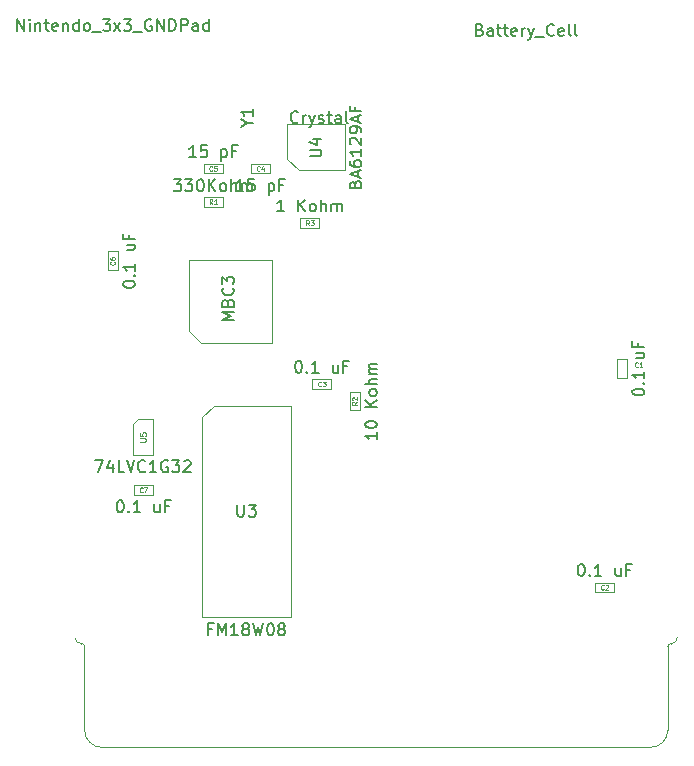
<source format=gbr>
G04 #@! TF.GenerationSoftware,KiCad,Pcbnew,(6.0.8)*
G04 #@! TF.CreationDate,2023-01-17T04:08:54-05:00*
G04 #@! TF.ProjectId,DMG-KGDU-10+,444d472d-4b47-4445-952d-31302b2e6b69,rev?*
G04 #@! TF.SameCoordinates,Original*
G04 #@! TF.FileFunction,AssemblyDrawing,Top*
%FSLAX46Y46*%
G04 Gerber Fmt 4.6, Leading zero omitted, Abs format (unit mm)*
G04 Created by KiCad (PCBNEW (6.0.8)) date 2023-01-17 04:08:54*
%MOMM*%
%LPD*%
G01*
G04 APERTURE LIST*
%ADD10C,0.060000*%
%ADD11C,0.150000*%
%ADD12C,0.075000*%
%ADD13C,0.100000*%
%ADD14C,0.050000*%
G04 APERTURE END LIST*
D10*
X164773333Y-97752857D02*
X164754285Y-97771904D01*
X164697142Y-97790952D01*
X164659047Y-97790952D01*
X164601904Y-97771904D01*
X164563809Y-97733809D01*
X164544761Y-97695714D01*
X164525714Y-97619523D01*
X164525714Y-97562380D01*
X164544761Y-97486190D01*
X164563809Y-97448095D01*
X164601904Y-97410000D01*
X164659047Y-97390952D01*
X164697142Y-97390952D01*
X164754285Y-97410000D01*
X164773333Y-97429047D01*
X165154285Y-97790952D02*
X164925714Y-97790952D01*
X165040000Y-97790952D02*
X165040000Y-97390952D01*
X165001904Y-97448095D01*
X164963809Y-97486190D01*
X164925714Y-97505238D01*
D11*
X135992725Y-77047242D02*
X135945106Y-77094861D01*
X135802249Y-77142480D01*
X135707011Y-77142480D01*
X135564154Y-77094861D01*
X135468916Y-76999623D01*
X135421297Y-76904385D01*
X135373678Y-76713909D01*
X135373678Y-76571052D01*
X135421297Y-76380576D01*
X135468916Y-76285338D01*
X135564154Y-76190100D01*
X135707011Y-76142480D01*
X135802249Y-76142480D01*
X135945106Y-76190100D01*
X135992725Y-76237719D01*
X136421297Y-77142480D02*
X136421297Y-76475814D01*
X136421297Y-76666290D02*
X136468916Y-76571052D01*
X136516535Y-76523433D01*
X136611773Y-76475814D01*
X136707011Y-76475814D01*
X136945106Y-76475814D02*
X137183201Y-77142480D01*
X137421297Y-76475814D02*
X137183201Y-77142480D01*
X137087963Y-77380576D01*
X137040344Y-77428195D01*
X136945106Y-77475814D01*
X137754630Y-77094861D02*
X137849868Y-77142480D01*
X138040344Y-77142480D01*
X138135582Y-77094861D01*
X138183201Y-76999623D01*
X138183201Y-76952004D01*
X138135582Y-76856766D01*
X138040344Y-76809147D01*
X137897487Y-76809147D01*
X137802249Y-76761528D01*
X137754630Y-76666290D01*
X137754630Y-76618671D01*
X137802249Y-76523433D01*
X137897487Y-76475814D01*
X138040344Y-76475814D01*
X138135582Y-76523433D01*
X138468916Y-76475814D02*
X138849868Y-76475814D01*
X138611773Y-76142480D02*
X138611773Y-76999623D01*
X138659392Y-77094861D01*
X138754630Y-77142480D01*
X138849868Y-77142480D01*
X139611773Y-77142480D02*
X139611773Y-76618671D01*
X139564154Y-76523433D01*
X139468916Y-76475814D01*
X139278440Y-76475814D01*
X139183201Y-76523433D01*
X139611773Y-77094861D02*
X139516535Y-77142480D01*
X139278440Y-77142480D01*
X139183201Y-77094861D01*
X139135582Y-76999623D01*
X139135582Y-76904385D01*
X139183201Y-76809147D01*
X139278440Y-76761528D01*
X139516535Y-76761528D01*
X139611773Y-76713909D01*
X140230820Y-77142480D02*
X140135582Y-77094861D01*
X140087963Y-76999623D01*
X140087963Y-76142480D01*
X131694190Y-77128190D02*
X132170380Y-77128190D01*
X131170380Y-77461523D02*
X131694190Y-77128190D01*
X131170380Y-76794857D01*
X132170380Y-75937714D02*
X132170380Y-76509142D01*
X132170380Y-76223428D02*
X131170380Y-76223428D01*
X131313238Y-76318666D01*
X131408476Y-76413904D01*
X131456095Y-76509142D01*
X118823571Y-105691380D02*
X119490238Y-105691380D01*
X119061666Y-106691380D01*
X120299761Y-106024714D02*
X120299761Y-106691380D01*
X120061666Y-105643761D02*
X119823571Y-106358047D01*
X120442619Y-106358047D01*
X121299761Y-106691380D02*
X120823571Y-106691380D01*
X120823571Y-105691380D01*
X121490238Y-105691380D02*
X121823571Y-106691380D01*
X122156904Y-105691380D01*
X123061666Y-106596142D02*
X123014047Y-106643761D01*
X122871190Y-106691380D01*
X122775952Y-106691380D01*
X122633095Y-106643761D01*
X122537857Y-106548523D01*
X122490238Y-106453285D01*
X122442619Y-106262809D01*
X122442619Y-106119952D01*
X122490238Y-105929476D01*
X122537857Y-105834238D01*
X122633095Y-105739000D01*
X122775952Y-105691380D01*
X122871190Y-105691380D01*
X123014047Y-105739000D01*
X123061666Y-105786619D01*
X124014047Y-106691380D02*
X123442619Y-106691380D01*
X123728333Y-106691380D02*
X123728333Y-105691380D01*
X123633095Y-105834238D01*
X123537857Y-105929476D01*
X123442619Y-105977095D01*
X124966428Y-105739000D02*
X124871190Y-105691380D01*
X124728333Y-105691380D01*
X124585476Y-105739000D01*
X124490238Y-105834238D01*
X124442619Y-105929476D01*
X124395000Y-106119952D01*
X124395000Y-106262809D01*
X124442619Y-106453285D01*
X124490238Y-106548523D01*
X124585476Y-106643761D01*
X124728333Y-106691380D01*
X124823571Y-106691380D01*
X124966428Y-106643761D01*
X125014047Y-106596142D01*
X125014047Y-106262809D01*
X124823571Y-106262809D01*
X125347380Y-105691380D02*
X125966428Y-105691380D01*
X125633095Y-106072333D01*
X125775952Y-106072333D01*
X125871190Y-106119952D01*
X125918809Y-106167571D01*
X125966428Y-106262809D01*
X125966428Y-106500904D01*
X125918809Y-106596142D01*
X125871190Y-106643761D01*
X125775952Y-106691380D01*
X125490238Y-106691380D01*
X125395000Y-106643761D01*
X125347380Y-106596142D01*
X126347380Y-105786619D02*
X126395000Y-105739000D01*
X126490238Y-105691380D01*
X126728333Y-105691380D01*
X126823571Y-105739000D01*
X126871190Y-105786619D01*
X126918809Y-105881857D01*
X126918809Y-105977095D01*
X126871190Y-106119952D01*
X126299761Y-106691380D01*
X126918809Y-106691380D01*
D12*
X122621190Y-104119952D02*
X123025952Y-104119952D01*
X123073571Y-104096142D01*
X123097380Y-104072333D01*
X123121190Y-104024714D01*
X123121190Y-103929476D01*
X123097380Y-103881857D01*
X123073571Y-103858047D01*
X123025952Y-103834238D01*
X122621190Y-103834238D01*
X122621190Y-103358047D02*
X122621190Y-103596142D01*
X122859285Y-103619952D01*
X122835476Y-103596142D01*
X122811666Y-103548523D01*
X122811666Y-103429476D01*
X122835476Y-103381857D01*
X122859285Y-103358047D01*
X122906904Y-103334238D01*
X123025952Y-103334238D01*
X123073571Y-103358047D01*
X123097380Y-103381857D01*
X123121190Y-103429476D01*
X123121190Y-103548523D01*
X123097380Y-103596142D01*
X123073571Y-103619952D01*
D11*
X164313380Y-99945909D02*
X164313380Y-99850671D01*
X164361000Y-99755433D01*
X164408619Y-99707814D01*
X164503857Y-99660195D01*
X164694333Y-99612576D01*
X164932428Y-99612576D01*
X165122904Y-99660195D01*
X165218142Y-99707814D01*
X165265761Y-99755433D01*
X165313380Y-99850671D01*
X165313380Y-99945909D01*
X165265761Y-100041147D01*
X165218142Y-100088766D01*
X165122904Y-100136385D01*
X164932428Y-100184004D01*
X164694333Y-100184004D01*
X164503857Y-100136385D01*
X164408619Y-100088766D01*
X164361000Y-100041147D01*
X164313380Y-99945909D01*
X165218142Y-99184004D02*
X165265761Y-99136385D01*
X165313380Y-99184004D01*
X165265761Y-99231623D01*
X165218142Y-99184004D01*
X165313380Y-99184004D01*
X165313380Y-98184004D02*
X165313380Y-98755433D01*
X165313380Y-98469719D02*
X164313380Y-98469719D01*
X164456238Y-98564957D01*
X164551476Y-98660195D01*
X164599095Y-98755433D01*
X164646714Y-96564957D02*
X165313380Y-96564957D01*
X164646714Y-96993528D02*
X165170523Y-96993528D01*
X165265761Y-96945909D01*
X165313380Y-96850671D01*
X165313380Y-96707814D01*
X165265761Y-96612576D01*
X165218142Y-96564957D01*
X164789571Y-95755433D02*
X164789571Y-96088766D01*
X165313380Y-96088766D02*
X164313380Y-96088766D01*
X164313380Y-95612576D01*
X159926190Y-114482380D02*
X160021428Y-114482380D01*
X160116666Y-114530000D01*
X160164285Y-114577619D01*
X160211904Y-114672857D01*
X160259523Y-114863333D01*
X160259523Y-115101428D01*
X160211904Y-115291904D01*
X160164285Y-115387142D01*
X160116666Y-115434761D01*
X160021428Y-115482380D01*
X159926190Y-115482380D01*
X159830952Y-115434761D01*
X159783333Y-115387142D01*
X159735714Y-115291904D01*
X159688095Y-115101428D01*
X159688095Y-114863333D01*
X159735714Y-114672857D01*
X159783333Y-114577619D01*
X159830952Y-114530000D01*
X159926190Y-114482380D01*
X160688095Y-115387142D02*
X160735714Y-115434761D01*
X160688095Y-115482380D01*
X160640476Y-115434761D01*
X160688095Y-115387142D01*
X160688095Y-115482380D01*
X161688095Y-115482380D02*
X161116666Y-115482380D01*
X161402380Y-115482380D02*
X161402380Y-114482380D01*
X161307142Y-114625238D01*
X161211904Y-114720476D01*
X161116666Y-114768095D01*
X163307142Y-114815714D02*
X163307142Y-115482380D01*
X162878571Y-114815714D02*
X162878571Y-115339523D01*
X162926190Y-115434761D01*
X163021428Y-115482380D01*
X163164285Y-115482380D01*
X163259523Y-115434761D01*
X163307142Y-115387142D01*
X164116666Y-114958571D02*
X163783333Y-114958571D01*
X163783333Y-115482380D02*
X163783333Y-114482380D01*
X164259523Y-114482380D01*
D10*
X161883333Y-116602857D02*
X161864285Y-116621904D01*
X161807142Y-116640952D01*
X161769047Y-116640952D01*
X161711904Y-116621904D01*
X161673809Y-116583809D01*
X161654761Y-116545714D01*
X161635714Y-116469523D01*
X161635714Y-116412380D01*
X161654761Y-116336190D01*
X161673809Y-116298095D01*
X161711904Y-116260000D01*
X161769047Y-116240952D01*
X161807142Y-116240952D01*
X161864285Y-116260000D01*
X161883333Y-116279047D01*
X162035714Y-116279047D02*
X162054761Y-116260000D01*
X162092857Y-116240952D01*
X162188095Y-116240952D01*
X162226190Y-116260000D01*
X162245238Y-116279047D01*
X162264285Y-116317142D01*
X162264285Y-116355238D01*
X162245238Y-116412380D01*
X162016666Y-116640952D01*
X162264285Y-116640952D01*
D11*
X135995190Y-97269780D02*
X136090428Y-97269780D01*
X136185666Y-97317400D01*
X136233285Y-97365019D01*
X136280904Y-97460257D01*
X136328523Y-97650733D01*
X136328523Y-97888828D01*
X136280904Y-98079304D01*
X136233285Y-98174542D01*
X136185666Y-98222161D01*
X136090428Y-98269780D01*
X135995190Y-98269780D01*
X135899952Y-98222161D01*
X135852333Y-98174542D01*
X135804714Y-98079304D01*
X135757095Y-97888828D01*
X135757095Y-97650733D01*
X135804714Y-97460257D01*
X135852333Y-97365019D01*
X135899952Y-97317400D01*
X135995190Y-97269780D01*
X136757095Y-98174542D02*
X136804714Y-98222161D01*
X136757095Y-98269780D01*
X136709476Y-98222161D01*
X136757095Y-98174542D01*
X136757095Y-98269780D01*
X137757095Y-98269780D02*
X137185666Y-98269780D01*
X137471380Y-98269780D02*
X137471380Y-97269780D01*
X137376142Y-97412638D01*
X137280904Y-97507876D01*
X137185666Y-97555495D01*
X139376142Y-97603114D02*
X139376142Y-98269780D01*
X138947571Y-97603114D02*
X138947571Y-98126923D01*
X138995190Y-98222161D01*
X139090428Y-98269780D01*
X139233285Y-98269780D01*
X139328523Y-98222161D01*
X139376142Y-98174542D01*
X140185666Y-97745971D02*
X139852333Y-97745971D01*
X139852333Y-98269780D02*
X139852333Y-97269780D01*
X140328523Y-97269780D01*
D10*
X137952333Y-99390257D02*
X137933285Y-99409304D01*
X137876142Y-99428352D01*
X137838047Y-99428352D01*
X137780904Y-99409304D01*
X137742809Y-99371209D01*
X137723761Y-99333114D01*
X137704714Y-99256923D01*
X137704714Y-99199780D01*
X137723761Y-99123590D01*
X137742809Y-99085495D01*
X137780904Y-99047400D01*
X137838047Y-99028352D01*
X137876142Y-99028352D01*
X137933285Y-99047400D01*
X137952333Y-99066447D01*
X138085666Y-99028352D02*
X138333285Y-99028352D01*
X138199952Y-99180733D01*
X138257095Y-99180733D01*
X138295190Y-99199780D01*
X138314238Y-99218828D01*
X138333285Y-99256923D01*
X138333285Y-99352161D01*
X138314238Y-99390257D01*
X138295190Y-99409304D01*
X138257095Y-99428352D01*
X138142809Y-99428352D01*
X138104714Y-99409304D01*
X138085666Y-99390257D01*
D11*
X131365619Y-82884380D02*
X130794190Y-82884380D01*
X131079904Y-82884380D02*
X131079904Y-81884380D01*
X130984666Y-82027238D01*
X130889428Y-82122476D01*
X130794190Y-82170095D01*
X132270380Y-81884380D02*
X131794190Y-81884380D01*
X131746571Y-82360571D01*
X131794190Y-82312952D01*
X131889428Y-82265333D01*
X132127523Y-82265333D01*
X132222761Y-82312952D01*
X132270380Y-82360571D01*
X132318000Y-82455809D01*
X132318000Y-82693904D01*
X132270380Y-82789142D01*
X132222761Y-82836761D01*
X132127523Y-82884380D01*
X131889428Y-82884380D01*
X131794190Y-82836761D01*
X131746571Y-82789142D01*
X133508476Y-82217714D02*
X133508476Y-83217714D01*
X133508476Y-82265333D02*
X133603714Y-82217714D01*
X133794190Y-82217714D01*
X133889428Y-82265333D01*
X133937047Y-82312952D01*
X133984666Y-82408190D01*
X133984666Y-82693904D01*
X133937047Y-82789142D01*
X133889428Y-82836761D01*
X133794190Y-82884380D01*
X133603714Y-82884380D01*
X133508476Y-82836761D01*
X134746571Y-82360571D02*
X134413238Y-82360571D01*
X134413238Y-82884380D02*
X134413238Y-81884380D01*
X134889428Y-81884380D01*
D10*
X132751333Y-81144857D02*
X132732285Y-81163904D01*
X132675142Y-81182952D01*
X132637047Y-81182952D01*
X132579904Y-81163904D01*
X132541809Y-81125809D01*
X132522761Y-81087714D01*
X132503714Y-81011523D01*
X132503714Y-80954380D01*
X132522761Y-80878190D01*
X132541809Y-80840095D01*
X132579904Y-80802000D01*
X132637047Y-80782952D01*
X132675142Y-80782952D01*
X132732285Y-80802000D01*
X132751333Y-80821047D01*
X133094190Y-80916285D02*
X133094190Y-81182952D01*
X132998952Y-80763904D02*
X132903714Y-81049619D01*
X133151333Y-81049619D01*
D11*
X127365619Y-80024380D02*
X126794190Y-80024380D01*
X127079904Y-80024380D02*
X127079904Y-79024380D01*
X126984666Y-79167238D01*
X126889428Y-79262476D01*
X126794190Y-79310095D01*
X128270380Y-79024380D02*
X127794190Y-79024380D01*
X127746571Y-79500571D01*
X127794190Y-79452952D01*
X127889428Y-79405333D01*
X128127523Y-79405333D01*
X128222761Y-79452952D01*
X128270380Y-79500571D01*
X128318000Y-79595809D01*
X128318000Y-79833904D01*
X128270380Y-79929142D01*
X128222761Y-79976761D01*
X128127523Y-80024380D01*
X127889428Y-80024380D01*
X127794190Y-79976761D01*
X127746571Y-79929142D01*
X129508476Y-79357714D02*
X129508476Y-80357714D01*
X129508476Y-79405333D02*
X129603714Y-79357714D01*
X129794190Y-79357714D01*
X129889428Y-79405333D01*
X129937047Y-79452952D01*
X129984666Y-79548190D01*
X129984666Y-79833904D01*
X129937047Y-79929142D01*
X129889428Y-79976761D01*
X129794190Y-80024380D01*
X129603714Y-80024380D01*
X129508476Y-79976761D01*
X130746571Y-79500571D02*
X130413238Y-79500571D01*
X130413238Y-80024380D02*
X130413238Y-79024380D01*
X130889428Y-79024380D01*
D10*
X128751333Y-81144857D02*
X128732285Y-81163904D01*
X128675142Y-81182952D01*
X128637047Y-81182952D01*
X128579904Y-81163904D01*
X128541809Y-81125809D01*
X128522761Y-81087714D01*
X128503714Y-81011523D01*
X128503714Y-80954380D01*
X128522761Y-80878190D01*
X128541809Y-80840095D01*
X128579904Y-80802000D01*
X128637047Y-80782952D01*
X128675142Y-80782952D01*
X128732285Y-80802000D01*
X128751333Y-80821047D01*
X129113238Y-80782952D02*
X128922761Y-80782952D01*
X128903714Y-80973428D01*
X128922761Y-80954380D01*
X128960857Y-80935333D01*
X129056095Y-80935333D01*
X129094190Y-80954380D01*
X129113238Y-80973428D01*
X129132285Y-81011523D01*
X129132285Y-81106761D01*
X129113238Y-81144857D01*
X129094190Y-81163904D01*
X129056095Y-81182952D01*
X128960857Y-81182952D01*
X128922761Y-81163904D01*
X128903714Y-81144857D01*
D11*
X121201380Y-90825809D02*
X121201380Y-90730571D01*
X121249000Y-90635333D01*
X121296619Y-90587714D01*
X121391857Y-90540095D01*
X121582333Y-90492476D01*
X121820428Y-90492476D01*
X122010904Y-90540095D01*
X122106142Y-90587714D01*
X122153761Y-90635333D01*
X122201380Y-90730571D01*
X122201380Y-90825809D01*
X122153761Y-90921047D01*
X122106142Y-90968666D01*
X122010904Y-91016285D01*
X121820428Y-91063904D01*
X121582333Y-91063904D01*
X121391857Y-91016285D01*
X121296619Y-90968666D01*
X121249000Y-90921047D01*
X121201380Y-90825809D01*
X122106142Y-90063904D02*
X122153761Y-90016285D01*
X122201380Y-90063904D01*
X122153761Y-90111523D01*
X122106142Y-90063904D01*
X122201380Y-90063904D01*
X122201380Y-89063904D02*
X122201380Y-89635333D01*
X122201380Y-89349619D02*
X121201380Y-89349619D01*
X121344238Y-89444857D01*
X121439476Y-89540095D01*
X121487095Y-89635333D01*
X121534714Y-87444857D02*
X122201380Y-87444857D01*
X121534714Y-87873428D02*
X122058523Y-87873428D01*
X122153761Y-87825809D01*
X122201380Y-87730571D01*
X122201380Y-87587714D01*
X122153761Y-87492476D01*
X122106142Y-87444857D01*
X121677571Y-86635333D02*
X121677571Y-86968666D01*
X122201380Y-86968666D02*
X121201380Y-86968666D01*
X121201380Y-86492476D01*
D10*
X120461857Y-88868666D02*
X120480904Y-88887714D01*
X120499952Y-88944857D01*
X120499952Y-88982952D01*
X120480904Y-89040095D01*
X120442809Y-89078190D01*
X120404714Y-89097238D01*
X120328523Y-89116285D01*
X120271380Y-89116285D01*
X120195190Y-89097238D01*
X120157095Y-89078190D01*
X120119000Y-89040095D01*
X120099952Y-88982952D01*
X120099952Y-88944857D01*
X120119000Y-88887714D01*
X120138047Y-88868666D01*
X120099952Y-88525809D02*
X120099952Y-88602000D01*
X120119000Y-88640095D01*
X120138047Y-88659142D01*
X120195190Y-88697238D01*
X120271380Y-88716285D01*
X120423761Y-88716285D01*
X120461857Y-88697238D01*
X120480904Y-88678190D01*
X120499952Y-88640095D01*
X120499952Y-88563904D01*
X120480904Y-88525809D01*
X120461857Y-88506761D01*
X120423761Y-88487714D01*
X120328523Y-88487714D01*
X120290428Y-88506761D01*
X120271380Y-88525809D01*
X120252333Y-88563904D01*
X120252333Y-88640095D01*
X120271380Y-88678190D01*
X120290428Y-88697238D01*
X120328523Y-88716285D01*
D11*
X120896190Y-109092380D02*
X120991428Y-109092380D01*
X121086666Y-109140000D01*
X121134285Y-109187619D01*
X121181904Y-109282857D01*
X121229523Y-109473333D01*
X121229523Y-109711428D01*
X121181904Y-109901904D01*
X121134285Y-109997142D01*
X121086666Y-110044761D01*
X120991428Y-110092380D01*
X120896190Y-110092380D01*
X120800952Y-110044761D01*
X120753333Y-109997142D01*
X120705714Y-109901904D01*
X120658095Y-109711428D01*
X120658095Y-109473333D01*
X120705714Y-109282857D01*
X120753333Y-109187619D01*
X120800952Y-109140000D01*
X120896190Y-109092380D01*
X121658095Y-109997142D02*
X121705714Y-110044761D01*
X121658095Y-110092380D01*
X121610476Y-110044761D01*
X121658095Y-109997142D01*
X121658095Y-110092380D01*
X122658095Y-110092380D02*
X122086666Y-110092380D01*
X122372380Y-110092380D02*
X122372380Y-109092380D01*
X122277142Y-109235238D01*
X122181904Y-109330476D01*
X122086666Y-109378095D01*
X124277142Y-109425714D02*
X124277142Y-110092380D01*
X123848571Y-109425714D02*
X123848571Y-109949523D01*
X123896190Y-110044761D01*
X123991428Y-110092380D01*
X124134285Y-110092380D01*
X124229523Y-110044761D01*
X124277142Y-109997142D01*
X125086666Y-109568571D02*
X124753333Y-109568571D01*
X124753333Y-110092380D02*
X124753333Y-109092380D01*
X125229523Y-109092380D01*
D10*
X122853333Y-108352857D02*
X122834285Y-108371904D01*
X122777142Y-108390952D01*
X122739047Y-108390952D01*
X122681904Y-108371904D01*
X122643809Y-108333809D01*
X122624761Y-108295714D01*
X122605714Y-108219523D01*
X122605714Y-108162380D01*
X122624761Y-108086190D01*
X122643809Y-108048095D01*
X122681904Y-108010000D01*
X122739047Y-107990952D01*
X122777142Y-107990952D01*
X122834285Y-108010000D01*
X122853333Y-108029047D01*
X122986666Y-107990952D02*
X123253333Y-107990952D01*
X123081904Y-108390952D01*
D11*
X125488797Y-81895480D02*
X126107844Y-81895480D01*
X125774511Y-82276433D01*
X125917368Y-82276433D01*
X126012606Y-82324052D01*
X126060225Y-82371671D01*
X126107844Y-82466909D01*
X126107844Y-82705004D01*
X126060225Y-82800242D01*
X126012606Y-82847861D01*
X125917368Y-82895480D01*
X125631654Y-82895480D01*
X125536416Y-82847861D01*
X125488797Y-82800242D01*
X126441178Y-81895480D02*
X127060225Y-81895480D01*
X126726892Y-82276433D01*
X126869749Y-82276433D01*
X126964987Y-82324052D01*
X127012606Y-82371671D01*
X127060225Y-82466909D01*
X127060225Y-82705004D01*
X127012606Y-82800242D01*
X126964987Y-82847861D01*
X126869749Y-82895480D01*
X126584035Y-82895480D01*
X126488797Y-82847861D01*
X126441178Y-82800242D01*
X127679273Y-81895480D02*
X127774511Y-81895480D01*
X127869749Y-81943100D01*
X127917368Y-81990719D01*
X127964987Y-82085957D01*
X128012606Y-82276433D01*
X128012606Y-82514528D01*
X127964987Y-82705004D01*
X127917368Y-82800242D01*
X127869749Y-82847861D01*
X127774511Y-82895480D01*
X127679273Y-82895480D01*
X127584035Y-82847861D01*
X127536416Y-82800242D01*
X127488797Y-82705004D01*
X127441178Y-82514528D01*
X127441178Y-82276433D01*
X127488797Y-82085957D01*
X127536416Y-81990719D01*
X127584035Y-81943100D01*
X127679273Y-81895480D01*
X128441178Y-82895480D02*
X128441178Y-81895480D01*
X129012606Y-82895480D02*
X128584035Y-82324052D01*
X129012606Y-81895480D02*
X128441178Y-82466909D01*
X129584035Y-82895480D02*
X129488797Y-82847861D01*
X129441178Y-82800242D01*
X129393559Y-82705004D01*
X129393559Y-82419290D01*
X129441178Y-82324052D01*
X129488797Y-82276433D01*
X129584035Y-82228814D01*
X129726892Y-82228814D01*
X129822130Y-82276433D01*
X129869749Y-82324052D01*
X129917368Y-82419290D01*
X129917368Y-82705004D01*
X129869749Y-82800242D01*
X129822130Y-82847861D01*
X129726892Y-82895480D01*
X129584035Y-82895480D01*
X130345940Y-82895480D02*
X130345940Y-81895480D01*
X130774511Y-82895480D02*
X130774511Y-82371671D01*
X130726892Y-82276433D01*
X130631654Y-82228814D01*
X130488797Y-82228814D01*
X130393559Y-82276433D01*
X130345940Y-82324052D01*
X131250701Y-82895480D02*
X131250701Y-82228814D01*
X131250701Y-82324052D02*
X131298320Y-82276433D01*
X131393559Y-82228814D01*
X131536416Y-82228814D01*
X131631654Y-82276433D01*
X131679273Y-82371671D01*
X131679273Y-82895480D01*
X131679273Y-82371671D02*
X131726892Y-82276433D01*
X131822130Y-82228814D01*
X131964987Y-82228814D01*
X132060225Y-82276433D01*
X132107844Y-82371671D01*
X132107844Y-82895480D01*
D10*
X128751333Y-83982952D02*
X128618000Y-83792476D01*
X128522761Y-83982952D02*
X128522761Y-83582952D01*
X128675142Y-83582952D01*
X128713238Y-83602000D01*
X128732285Y-83621047D01*
X128751333Y-83659142D01*
X128751333Y-83716285D01*
X128732285Y-83754380D01*
X128713238Y-83773428D01*
X128675142Y-83792476D01*
X128522761Y-83792476D01*
X129132285Y-83982952D02*
X128903714Y-83982952D01*
X129018000Y-83982952D02*
X129018000Y-83582952D01*
X128979904Y-83640095D01*
X128941809Y-83678190D01*
X128903714Y-83697238D01*
D11*
X142692380Y-103312857D02*
X142692380Y-103884285D01*
X142692380Y-103598571D02*
X141692380Y-103598571D01*
X141835238Y-103693809D01*
X141930476Y-103789047D01*
X141978095Y-103884285D01*
X141692380Y-102693809D02*
X141692380Y-102598571D01*
X141740000Y-102503333D01*
X141787619Y-102455714D01*
X141882857Y-102408095D01*
X142073333Y-102360476D01*
X142311428Y-102360476D01*
X142501904Y-102408095D01*
X142597142Y-102455714D01*
X142644761Y-102503333D01*
X142692380Y-102598571D01*
X142692380Y-102693809D01*
X142644761Y-102789047D01*
X142597142Y-102836666D01*
X142501904Y-102884285D01*
X142311428Y-102931904D01*
X142073333Y-102931904D01*
X141882857Y-102884285D01*
X141787619Y-102836666D01*
X141740000Y-102789047D01*
X141692380Y-102693809D01*
X142692380Y-101170000D02*
X141692380Y-101170000D01*
X142692380Y-100598571D02*
X142120952Y-101027142D01*
X141692380Y-100598571D02*
X142263809Y-101170000D01*
X142692380Y-100027142D02*
X142644761Y-100122380D01*
X142597142Y-100170000D01*
X142501904Y-100217619D01*
X142216190Y-100217619D01*
X142120952Y-100170000D01*
X142073333Y-100122380D01*
X142025714Y-100027142D01*
X142025714Y-99884285D01*
X142073333Y-99789047D01*
X142120952Y-99741428D01*
X142216190Y-99693809D01*
X142501904Y-99693809D01*
X142597142Y-99741428D01*
X142644761Y-99789047D01*
X142692380Y-99884285D01*
X142692380Y-100027142D01*
X142692380Y-99265238D02*
X141692380Y-99265238D01*
X142692380Y-98836666D02*
X142168571Y-98836666D01*
X142073333Y-98884285D01*
X142025714Y-98979523D01*
X142025714Y-99122380D01*
X142073333Y-99217619D01*
X142120952Y-99265238D01*
X142692380Y-98360476D02*
X142025714Y-98360476D01*
X142120952Y-98360476D02*
X142073333Y-98312857D01*
X142025714Y-98217619D01*
X142025714Y-98074761D01*
X142073333Y-97979523D01*
X142168571Y-97931904D01*
X142692380Y-97931904D01*
X142168571Y-97931904D02*
X142073333Y-97884285D01*
X142025714Y-97789047D01*
X142025714Y-97646190D01*
X142073333Y-97550952D01*
X142168571Y-97503333D01*
X142692380Y-97503333D01*
D10*
X140990952Y-100736666D02*
X140800476Y-100870000D01*
X140990952Y-100965238D02*
X140590952Y-100965238D01*
X140590952Y-100812857D01*
X140610000Y-100774761D01*
X140629047Y-100755714D01*
X140667142Y-100736666D01*
X140724285Y-100736666D01*
X140762380Y-100755714D01*
X140781428Y-100774761D01*
X140800476Y-100812857D01*
X140800476Y-100965238D01*
X140629047Y-100584285D02*
X140610000Y-100565238D01*
X140590952Y-100527142D01*
X140590952Y-100431904D01*
X140610000Y-100393809D01*
X140629047Y-100374761D01*
X140667142Y-100355714D01*
X140705238Y-100355714D01*
X140762380Y-100374761D01*
X140990952Y-100603333D01*
X140990952Y-100355714D01*
D11*
X134833333Y-84622380D02*
X134261904Y-84622380D01*
X134547619Y-84622380D02*
X134547619Y-83622380D01*
X134452380Y-83765238D01*
X134357142Y-83860476D01*
X134261904Y-83908095D01*
X136023809Y-84622380D02*
X136023809Y-83622380D01*
X136595238Y-84622380D02*
X136166666Y-84050952D01*
X136595238Y-83622380D02*
X136023809Y-84193809D01*
X137166666Y-84622380D02*
X137071428Y-84574761D01*
X137023809Y-84527142D01*
X136976190Y-84431904D01*
X136976190Y-84146190D01*
X137023809Y-84050952D01*
X137071428Y-84003333D01*
X137166666Y-83955714D01*
X137309523Y-83955714D01*
X137404761Y-84003333D01*
X137452380Y-84050952D01*
X137500000Y-84146190D01*
X137500000Y-84431904D01*
X137452380Y-84527142D01*
X137404761Y-84574761D01*
X137309523Y-84622380D01*
X137166666Y-84622380D01*
X137928571Y-84622380D02*
X137928571Y-83622380D01*
X138357142Y-84622380D02*
X138357142Y-84098571D01*
X138309523Y-84003333D01*
X138214285Y-83955714D01*
X138071428Y-83955714D01*
X137976190Y-84003333D01*
X137928571Y-84050952D01*
X138833333Y-84622380D02*
X138833333Y-83955714D01*
X138833333Y-84050952D02*
X138880952Y-84003333D01*
X138976190Y-83955714D01*
X139119047Y-83955714D01*
X139214285Y-84003333D01*
X139261904Y-84098571D01*
X139261904Y-84622380D01*
X139261904Y-84098571D02*
X139309523Y-84003333D01*
X139404761Y-83955714D01*
X139547619Y-83955714D01*
X139642857Y-84003333D01*
X139690476Y-84098571D01*
X139690476Y-84622380D01*
D10*
X136933333Y-85780952D02*
X136800000Y-85590476D01*
X136704761Y-85780952D02*
X136704761Y-85380952D01*
X136857142Y-85380952D01*
X136895238Y-85400000D01*
X136914285Y-85419047D01*
X136933333Y-85457142D01*
X136933333Y-85514285D01*
X136914285Y-85552380D01*
X136895238Y-85571428D01*
X136857142Y-85590476D01*
X136704761Y-85590476D01*
X137066666Y-85380952D02*
X137314285Y-85380952D01*
X137180952Y-85533333D01*
X137238095Y-85533333D01*
X137276190Y-85552380D01*
X137295238Y-85571428D01*
X137314285Y-85609523D01*
X137314285Y-85704761D01*
X137295238Y-85742857D01*
X137276190Y-85761904D01*
X137238095Y-85780952D01*
X137123809Y-85780952D01*
X137085714Y-85761904D01*
X137066666Y-85742857D01*
D11*
X128714238Y-119980571D02*
X128380904Y-119980571D01*
X128380904Y-120504380D02*
X128380904Y-119504380D01*
X128857095Y-119504380D01*
X129238047Y-120504380D02*
X129238047Y-119504380D01*
X129571380Y-120218666D01*
X129904714Y-119504380D01*
X129904714Y-120504380D01*
X130904714Y-120504380D02*
X130333285Y-120504380D01*
X130619000Y-120504380D02*
X130619000Y-119504380D01*
X130523761Y-119647238D01*
X130428523Y-119742476D01*
X130333285Y-119790095D01*
X131476142Y-119932952D02*
X131380904Y-119885333D01*
X131333285Y-119837714D01*
X131285666Y-119742476D01*
X131285666Y-119694857D01*
X131333285Y-119599619D01*
X131380904Y-119552000D01*
X131476142Y-119504380D01*
X131666619Y-119504380D01*
X131761857Y-119552000D01*
X131809476Y-119599619D01*
X131857095Y-119694857D01*
X131857095Y-119742476D01*
X131809476Y-119837714D01*
X131761857Y-119885333D01*
X131666619Y-119932952D01*
X131476142Y-119932952D01*
X131380904Y-119980571D01*
X131333285Y-120028190D01*
X131285666Y-120123428D01*
X131285666Y-120313904D01*
X131333285Y-120409142D01*
X131380904Y-120456761D01*
X131476142Y-120504380D01*
X131666619Y-120504380D01*
X131761857Y-120456761D01*
X131809476Y-120409142D01*
X131857095Y-120313904D01*
X131857095Y-120123428D01*
X131809476Y-120028190D01*
X131761857Y-119980571D01*
X131666619Y-119932952D01*
X132190428Y-119504380D02*
X132428523Y-120504380D01*
X132619000Y-119790095D01*
X132809476Y-120504380D01*
X133047571Y-119504380D01*
X133619000Y-119504380D02*
X133714238Y-119504380D01*
X133809476Y-119552000D01*
X133857095Y-119599619D01*
X133904714Y-119694857D01*
X133952333Y-119885333D01*
X133952333Y-120123428D01*
X133904714Y-120313904D01*
X133857095Y-120409142D01*
X133809476Y-120456761D01*
X133714238Y-120504380D01*
X133619000Y-120504380D01*
X133523761Y-120456761D01*
X133476142Y-120409142D01*
X133428523Y-120313904D01*
X133380904Y-120123428D01*
X133380904Y-119885333D01*
X133428523Y-119694857D01*
X133476142Y-119599619D01*
X133523761Y-119552000D01*
X133619000Y-119504380D01*
X134523761Y-119932952D02*
X134428523Y-119885333D01*
X134380904Y-119837714D01*
X134333285Y-119742476D01*
X134333285Y-119694857D01*
X134380904Y-119599619D01*
X134428523Y-119552000D01*
X134523761Y-119504380D01*
X134714238Y-119504380D01*
X134809476Y-119552000D01*
X134857095Y-119599619D01*
X134904714Y-119694857D01*
X134904714Y-119742476D01*
X134857095Y-119837714D01*
X134809476Y-119885333D01*
X134714238Y-119932952D01*
X134523761Y-119932952D01*
X134428523Y-119980571D01*
X134380904Y-120028190D01*
X134333285Y-120123428D01*
X134333285Y-120313904D01*
X134380904Y-120409142D01*
X134428523Y-120456761D01*
X134523761Y-120504380D01*
X134714238Y-120504380D01*
X134809476Y-120456761D01*
X134857095Y-120409142D01*
X134904714Y-120313904D01*
X134904714Y-120123428D01*
X134857095Y-120028190D01*
X134809476Y-119980571D01*
X134714238Y-119932952D01*
X130857095Y-109454380D02*
X130857095Y-110263904D01*
X130904714Y-110359142D01*
X130952333Y-110406761D01*
X131047571Y-110454380D01*
X131238047Y-110454380D01*
X131333285Y-110406761D01*
X131380904Y-110359142D01*
X131428523Y-110263904D01*
X131428523Y-109454380D01*
X131809476Y-109454380D02*
X132428523Y-109454380D01*
X132095190Y-109835333D01*
X132238047Y-109835333D01*
X132333285Y-109882952D01*
X132380904Y-109930571D01*
X132428523Y-110025809D01*
X132428523Y-110263904D01*
X132380904Y-110359142D01*
X132333285Y-110406761D01*
X132238047Y-110454380D01*
X131952333Y-110454380D01*
X131857095Y-110406761D01*
X131809476Y-110359142D01*
X140846571Y-82321047D02*
X140894190Y-82178190D01*
X140941809Y-82130571D01*
X141037047Y-82082952D01*
X141179904Y-82082952D01*
X141275142Y-82130571D01*
X141322761Y-82178190D01*
X141370380Y-82273428D01*
X141370380Y-82654380D01*
X140370380Y-82654380D01*
X140370380Y-82321047D01*
X140418000Y-82225809D01*
X140465619Y-82178190D01*
X140560857Y-82130571D01*
X140656095Y-82130571D01*
X140751333Y-82178190D01*
X140798952Y-82225809D01*
X140846571Y-82321047D01*
X140846571Y-82654380D01*
X141084666Y-81702000D02*
X141084666Y-81225809D01*
X141370380Y-81797238D02*
X140370380Y-81463904D01*
X141370380Y-81130571D01*
X140370380Y-80368666D02*
X140370380Y-80559142D01*
X140418000Y-80654380D01*
X140465619Y-80702000D01*
X140608476Y-80797238D01*
X140798952Y-80844857D01*
X141179904Y-80844857D01*
X141275142Y-80797238D01*
X141322761Y-80749619D01*
X141370380Y-80654380D01*
X141370380Y-80463904D01*
X141322761Y-80368666D01*
X141275142Y-80321047D01*
X141179904Y-80273428D01*
X140941809Y-80273428D01*
X140846571Y-80321047D01*
X140798952Y-80368666D01*
X140751333Y-80463904D01*
X140751333Y-80654380D01*
X140798952Y-80749619D01*
X140846571Y-80797238D01*
X140941809Y-80844857D01*
X141370380Y-79321047D02*
X141370380Y-79892476D01*
X141370380Y-79606761D02*
X140370380Y-79606761D01*
X140513238Y-79702000D01*
X140608476Y-79797238D01*
X140656095Y-79892476D01*
X140465619Y-78940095D02*
X140418000Y-78892476D01*
X140370380Y-78797238D01*
X140370380Y-78559142D01*
X140418000Y-78463904D01*
X140465619Y-78416285D01*
X140560857Y-78368666D01*
X140656095Y-78368666D01*
X140798952Y-78416285D01*
X141370380Y-78987714D01*
X141370380Y-78368666D01*
X141370380Y-77892476D02*
X141370380Y-77702000D01*
X141322761Y-77606761D01*
X141275142Y-77559142D01*
X141132285Y-77463904D01*
X140941809Y-77416285D01*
X140560857Y-77416285D01*
X140465619Y-77463904D01*
X140418000Y-77511523D01*
X140370380Y-77606761D01*
X140370380Y-77797238D01*
X140418000Y-77892476D01*
X140465619Y-77940095D01*
X140560857Y-77987714D01*
X140798952Y-77987714D01*
X140894190Y-77940095D01*
X140941809Y-77892476D01*
X140989428Y-77797238D01*
X140989428Y-77606761D01*
X140941809Y-77511523D01*
X140894190Y-77463904D01*
X140798952Y-77416285D01*
X141084666Y-77035333D02*
X141084666Y-76559142D01*
X141370380Y-77130571D02*
X140370380Y-76797238D01*
X141370380Y-76463904D01*
X140846571Y-75797238D02*
X140846571Y-76130571D01*
X141370380Y-76130571D02*
X140370380Y-76130571D01*
X140370380Y-75654380D01*
X136981333Y-79948666D02*
X137774666Y-79948666D01*
X137868000Y-79902000D01*
X137914666Y-79855333D01*
X137961333Y-79762000D01*
X137961333Y-79575333D01*
X137914666Y-79482000D01*
X137868000Y-79435333D01*
X137774666Y-79388666D01*
X136981333Y-79388666D01*
X137308000Y-78502000D02*
X137961333Y-78502000D01*
X136934666Y-78735333D02*
X137634666Y-78968666D01*
X137634666Y-78362000D01*
X151387958Y-69231231D02*
X151530815Y-69278850D01*
X151578434Y-69326469D01*
X151626053Y-69421707D01*
X151626053Y-69564564D01*
X151578434Y-69659802D01*
X151530815Y-69707421D01*
X151435577Y-69755040D01*
X151054624Y-69755040D01*
X151054624Y-68755040D01*
X151387958Y-68755040D01*
X151483196Y-68802660D01*
X151530815Y-68850279D01*
X151578434Y-68945517D01*
X151578434Y-69040755D01*
X151530815Y-69135993D01*
X151483196Y-69183612D01*
X151387958Y-69231231D01*
X151054624Y-69231231D01*
X152483196Y-69755040D02*
X152483196Y-69231231D01*
X152435577Y-69135993D01*
X152340339Y-69088374D01*
X152149862Y-69088374D01*
X152054624Y-69135993D01*
X152483196Y-69707421D02*
X152387958Y-69755040D01*
X152149862Y-69755040D01*
X152054624Y-69707421D01*
X152007005Y-69612183D01*
X152007005Y-69516945D01*
X152054624Y-69421707D01*
X152149862Y-69374088D01*
X152387958Y-69374088D01*
X152483196Y-69326469D01*
X152816529Y-69088374D02*
X153197481Y-69088374D01*
X152959386Y-68755040D02*
X152959386Y-69612183D01*
X153007005Y-69707421D01*
X153102243Y-69755040D01*
X153197481Y-69755040D01*
X153387958Y-69088374D02*
X153768910Y-69088374D01*
X153530815Y-68755040D02*
X153530815Y-69612183D01*
X153578434Y-69707421D01*
X153673672Y-69755040D01*
X153768910Y-69755040D01*
X154483196Y-69707421D02*
X154387958Y-69755040D01*
X154197481Y-69755040D01*
X154102243Y-69707421D01*
X154054624Y-69612183D01*
X154054624Y-69231231D01*
X154102243Y-69135993D01*
X154197481Y-69088374D01*
X154387958Y-69088374D01*
X154483196Y-69135993D01*
X154530815Y-69231231D01*
X154530815Y-69326469D01*
X154054624Y-69421707D01*
X154959386Y-69755040D02*
X154959386Y-69088374D01*
X154959386Y-69278850D02*
X155007005Y-69183612D01*
X155054624Y-69135993D01*
X155149862Y-69088374D01*
X155245100Y-69088374D01*
X155483196Y-69088374D02*
X155721291Y-69755040D01*
X155959386Y-69088374D02*
X155721291Y-69755040D01*
X155626053Y-69993136D01*
X155578434Y-70040755D01*
X155483196Y-70088374D01*
X156102243Y-69850279D02*
X156864148Y-69850279D01*
X157673672Y-69659802D02*
X157626053Y-69707421D01*
X157483196Y-69755040D01*
X157387958Y-69755040D01*
X157245100Y-69707421D01*
X157149862Y-69612183D01*
X157102243Y-69516945D01*
X157054624Y-69326469D01*
X157054624Y-69183612D01*
X157102243Y-68993136D01*
X157149862Y-68897898D01*
X157245100Y-68802660D01*
X157387958Y-68755040D01*
X157483196Y-68755040D01*
X157626053Y-68802660D01*
X157673672Y-68850279D01*
X158483196Y-69707421D02*
X158387958Y-69755040D01*
X158197481Y-69755040D01*
X158102243Y-69707421D01*
X158054624Y-69612183D01*
X158054624Y-69231231D01*
X158102243Y-69135993D01*
X158197481Y-69088374D01*
X158387958Y-69088374D01*
X158483196Y-69135993D01*
X158530815Y-69231231D01*
X158530815Y-69326469D01*
X158054624Y-69421707D01*
X159102243Y-69755040D02*
X159007005Y-69707421D01*
X158959386Y-69612183D01*
X158959386Y-68755040D01*
X159626053Y-69755040D02*
X159530815Y-69707421D01*
X159483196Y-69612183D01*
X159483196Y-68755040D01*
X130571380Y-93811123D02*
X129571380Y-93811123D01*
X130285666Y-93477790D01*
X129571380Y-93144457D01*
X130571380Y-93144457D01*
X130047571Y-92334933D02*
X130095190Y-92192076D01*
X130142809Y-92144457D01*
X130238047Y-92096838D01*
X130380904Y-92096838D01*
X130476142Y-92144457D01*
X130523761Y-92192076D01*
X130571380Y-92287314D01*
X130571380Y-92668266D01*
X129571380Y-92668266D01*
X129571380Y-92334933D01*
X129619000Y-92239695D01*
X129666619Y-92192076D01*
X129761857Y-92144457D01*
X129857095Y-92144457D01*
X129952333Y-92192076D01*
X129999952Y-92239695D01*
X130047571Y-92334933D01*
X130047571Y-92668266D01*
X130476142Y-91096838D02*
X130523761Y-91144457D01*
X130571380Y-91287314D01*
X130571380Y-91382552D01*
X130523761Y-91525409D01*
X130428523Y-91620647D01*
X130333285Y-91668266D01*
X130142809Y-91715885D01*
X129999952Y-91715885D01*
X129809476Y-91668266D01*
X129714238Y-91620647D01*
X129619000Y-91525409D01*
X129571380Y-91382552D01*
X129571380Y-91287314D01*
X129619000Y-91144457D01*
X129666619Y-91096838D01*
X129571380Y-90763504D02*
X129571380Y-90144457D01*
X129952333Y-90477790D01*
X129952333Y-90334933D01*
X129999952Y-90239695D01*
X130047571Y-90192076D01*
X130142809Y-90144457D01*
X130380904Y-90144457D01*
X130476142Y-90192076D01*
X130523761Y-90239695D01*
X130571380Y-90334933D01*
X130571380Y-90620647D01*
X130523761Y-90715885D01*
X130476142Y-90763504D01*
X112244741Y-69327920D02*
X112244741Y-68327920D01*
X112816170Y-69327920D01*
X112816170Y-68327920D01*
X113292360Y-69327920D02*
X113292360Y-68661254D01*
X113292360Y-68327920D02*
X113244741Y-68375540D01*
X113292360Y-68423159D01*
X113339980Y-68375540D01*
X113292360Y-68327920D01*
X113292360Y-68423159D01*
X113768551Y-68661254D02*
X113768551Y-69327920D01*
X113768551Y-68756492D02*
X113816170Y-68708873D01*
X113911408Y-68661254D01*
X114054265Y-68661254D01*
X114149503Y-68708873D01*
X114197122Y-68804111D01*
X114197122Y-69327920D01*
X114530456Y-68661254D02*
X114911408Y-68661254D01*
X114673313Y-68327920D02*
X114673313Y-69185063D01*
X114720932Y-69280301D01*
X114816170Y-69327920D01*
X114911408Y-69327920D01*
X115625694Y-69280301D02*
X115530456Y-69327920D01*
X115339980Y-69327920D01*
X115244741Y-69280301D01*
X115197122Y-69185063D01*
X115197122Y-68804111D01*
X115244741Y-68708873D01*
X115339980Y-68661254D01*
X115530456Y-68661254D01*
X115625694Y-68708873D01*
X115673313Y-68804111D01*
X115673313Y-68899349D01*
X115197122Y-68994587D01*
X116101884Y-68661254D02*
X116101884Y-69327920D01*
X116101884Y-68756492D02*
X116149503Y-68708873D01*
X116244741Y-68661254D01*
X116387599Y-68661254D01*
X116482837Y-68708873D01*
X116530456Y-68804111D01*
X116530456Y-69327920D01*
X117435218Y-69327920D02*
X117435218Y-68327920D01*
X117435218Y-69280301D02*
X117339980Y-69327920D01*
X117149503Y-69327920D01*
X117054265Y-69280301D01*
X117006646Y-69232682D01*
X116959027Y-69137444D01*
X116959027Y-68851730D01*
X117006646Y-68756492D01*
X117054265Y-68708873D01*
X117149503Y-68661254D01*
X117339980Y-68661254D01*
X117435218Y-68708873D01*
X118054265Y-69327920D02*
X117959027Y-69280301D01*
X117911408Y-69232682D01*
X117863789Y-69137444D01*
X117863789Y-68851730D01*
X117911408Y-68756492D01*
X117959027Y-68708873D01*
X118054265Y-68661254D01*
X118197122Y-68661254D01*
X118292360Y-68708873D01*
X118339980Y-68756492D01*
X118387599Y-68851730D01*
X118387599Y-69137444D01*
X118339980Y-69232682D01*
X118292360Y-69280301D01*
X118197122Y-69327920D01*
X118054265Y-69327920D01*
X118578075Y-69423159D02*
X119339980Y-69423159D01*
X119482837Y-68327920D02*
X120101884Y-68327920D01*
X119768551Y-68708873D01*
X119911408Y-68708873D01*
X120006646Y-68756492D01*
X120054265Y-68804111D01*
X120101884Y-68899349D01*
X120101884Y-69137444D01*
X120054265Y-69232682D01*
X120006646Y-69280301D01*
X119911408Y-69327920D01*
X119625694Y-69327920D01*
X119530456Y-69280301D01*
X119482837Y-69232682D01*
X120435218Y-69327920D02*
X120959027Y-68661254D01*
X120435218Y-68661254D02*
X120959027Y-69327920D01*
X121244741Y-68327920D02*
X121863789Y-68327920D01*
X121530456Y-68708873D01*
X121673313Y-68708873D01*
X121768551Y-68756492D01*
X121816170Y-68804111D01*
X121863789Y-68899349D01*
X121863789Y-69137444D01*
X121816170Y-69232682D01*
X121768551Y-69280301D01*
X121673313Y-69327920D01*
X121387599Y-69327920D01*
X121292360Y-69280301D01*
X121244741Y-69232682D01*
X122054265Y-69423159D02*
X122816170Y-69423159D01*
X123578075Y-68375540D02*
X123482837Y-68327920D01*
X123339980Y-68327920D01*
X123197122Y-68375540D01*
X123101884Y-68470778D01*
X123054265Y-68566016D01*
X123006646Y-68756492D01*
X123006646Y-68899349D01*
X123054265Y-69089825D01*
X123101884Y-69185063D01*
X123197122Y-69280301D01*
X123339980Y-69327920D01*
X123435218Y-69327920D01*
X123578075Y-69280301D01*
X123625694Y-69232682D01*
X123625694Y-68899349D01*
X123435218Y-68899349D01*
X124054265Y-69327920D02*
X124054265Y-68327920D01*
X124625694Y-69327920D01*
X124625694Y-68327920D01*
X125101884Y-69327920D02*
X125101884Y-68327920D01*
X125339980Y-68327920D01*
X125482837Y-68375540D01*
X125578075Y-68470778D01*
X125625694Y-68566016D01*
X125673313Y-68756492D01*
X125673313Y-68899349D01*
X125625694Y-69089825D01*
X125578075Y-69185063D01*
X125482837Y-69280301D01*
X125339980Y-69327920D01*
X125101884Y-69327920D01*
X126101884Y-69327920D02*
X126101884Y-68327920D01*
X126482837Y-68327920D01*
X126578075Y-68375540D01*
X126625694Y-68423159D01*
X126673313Y-68518397D01*
X126673313Y-68661254D01*
X126625694Y-68756492D01*
X126578075Y-68804111D01*
X126482837Y-68851730D01*
X126101884Y-68851730D01*
X127530456Y-69327920D02*
X127530456Y-68804111D01*
X127482837Y-68708873D01*
X127387599Y-68661254D01*
X127197122Y-68661254D01*
X127101884Y-68708873D01*
X127530456Y-69280301D02*
X127435218Y-69327920D01*
X127197122Y-69327920D01*
X127101884Y-69280301D01*
X127054265Y-69185063D01*
X127054265Y-69089825D01*
X127101884Y-68994587D01*
X127197122Y-68946968D01*
X127435218Y-68946968D01*
X127530456Y-68899349D01*
X128435218Y-69327920D02*
X128435218Y-68327920D01*
X128435218Y-69280301D02*
X128339980Y-69327920D01*
X128149503Y-69327920D01*
X128054265Y-69280301D01*
X128006646Y-69232682D01*
X127959027Y-69137444D01*
X127959027Y-68851730D01*
X128006646Y-68756492D01*
X128054265Y-68708873D01*
X128149503Y-68661254D01*
X128339980Y-68661254D01*
X128435218Y-68708873D01*
D13*
X123720000Y-102214000D02*
X123720000Y-105264000D01*
X122070000Y-102639000D02*
X122470000Y-102214000D01*
X123720000Y-102214000D02*
X122470000Y-102214000D01*
X122070000Y-102639000D02*
X122070000Y-105264000D01*
X123720000Y-105264000D02*
X122070000Y-105264000D01*
X163831000Y-97122100D02*
X163831000Y-98722100D01*
X163031000Y-98722100D02*
X163031000Y-97122100D01*
X163031000Y-97122100D02*
X163831000Y-97122100D01*
X163831000Y-98722100D02*
X163031000Y-98722100D01*
X161150000Y-116060000D02*
X162750000Y-116060000D01*
X162750000Y-116060000D02*
X162750000Y-116860000D01*
X161150000Y-116860000D02*
X161150000Y-116060000D01*
X162750000Y-116860000D02*
X161150000Y-116860000D01*
X137219000Y-99647400D02*
X137219000Y-98847400D01*
X138819000Y-99647400D02*
X137219000Y-99647400D01*
X137219000Y-98847400D02*
X138819000Y-98847400D01*
X138819000Y-98847400D02*
X138819000Y-99647400D01*
X132018000Y-81402000D02*
X132018000Y-80602000D01*
X133618000Y-81402000D02*
X132018000Y-81402000D01*
X133618000Y-80602000D02*
X133618000Y-81402000D01*
X132018000Y-80602000D02*
X133618000Y-80602000D01*
X128018000Y-80602000D02*
X129618000Y-80602000D01*
X129618000Y-80602000D02*
X129618000Y-81402000D01*
X129618000Y-81402000D02*
X128018000Y-81402000D01*
X128018000Y-81402000D02*
X128018000Y-80602000D01*
X120719000Y-88002000D02*
X120719000Y-89602000D01*
X119919000Y-89602000D02*
X119919000Y-88002000D01*
X120719000Y-89602000D02*
X119919000Y-89602000D01*
X119919000Y-88002000D02*
X120719000Y-88002000D01*
X123720000Y-107810000D02*
X123720000Y-108610000D01*
X122120000Y-107810000D02*
X123720000Y-107810000D01*
X123720000Y-108610000D02*
X122120000Y-108610000D01*
X122120000Y-108610000D02*
X122120000Y-107810000D01*
X129618000Y-83402000D02*
X129618000Y-84202000D01*
X128018000Y-84202000D02*
X128018000Y-83402000D01*
X128018000Y-83402000D02*
X129618000Y-83402000D01*
X129618000Y-84202000D02*
X128018000Y-84202000D01*
X141210000Y-99870000D02*
X141210000Y-101470000D01*
X141210000Y-101470000D02*
X140410000Y-101470000D01*
X140410000Y-101470000D02*
X140410000Y-99870000D01*
X140410000Y-99870000D02*
X141210000Y-99870000D01*
X136200000Y-85200000D02*
X137800000Y-85200000D01*
X136200000Y-86000000D02*
X136200000Y-85200000D01*
X137800000Y-86000000D02*
X136200000Y-86000000D01*
X137800000Y-85200000D02*
X137800000Y-86000000D01*
X135369000Y-118952000D02*
X127869000Y-118952000D01*
X128869000Y-101052000D02*
X135369000Y-101052000D01*
X127869000Y-118952000D02*
X127869000Y-102052000D01*
X135369000Y-101052000D02*
X135369000Y-118952000D01*
X127869000Y-102052000D02*
X128869000Y-101052000D01*
X139968000Y-77252000D02*
X139968000Y-81152000D01*
X136043000Y-81152000D02*
X135068000Y-80177000D01*
X139968000Y-81152000D02*
X136043000Y-81152000D01*
X135068000Y-77252000D02*
X139968000Y-77252000D01*
X135068000Y-80177000D02*
X135068000Y-77252000D01*
D14*
X117920000Y-128502000D02*
X117920000Y-121451944D01*
X167620000Y-121202000D02*
X167569944Y-121201944D01*
X167320000Y-128502000D02*
X167320000Y-121451944D01*
X119420000Y-130002000D02*
X165820000Y-130002000D01*
X117670000Y-121202000D02*
X117620000Y-121202000D01*
X117120000Y-120702000D02*
G75*
G03*
X117620000Y-121202000I500001J1D01*
G01*
X165820000Y-130002000D02*
G75*
G03*
X167320000Y-128502000I0J1500000D01*
G01*
X117920000Y-121451944D02*
G75*
G03*
X117670000Y-121202000I-250001J-57D01*
G01*
X117920000Y-128502000D02*
G75*
G03*
X119420000Y-130002000I1500001J1D01*
G01*
X167569944Y-121201900D02*
G75*
G03*
X167320000Y-121451944I56J-250000D01*
G01*
X167620000Y-121202000D02*
G75*
G03*
X168120000Y-120702000I0J500000D01*
G01*
D13*
X127771020Y-95765760D02*
X126771020Y-94765760D01*
X126771020Y-88765760D02*
X133771020Y-88765760D01*
X133771020Y-88765760D02*
X133771020Y-95765760D01*
X126771020Y-94765760D02*
X126771020Y-88765760D01*
X133771020Y-95765760D02*
X127771020Y-95765760D01*
M02*

</source>
